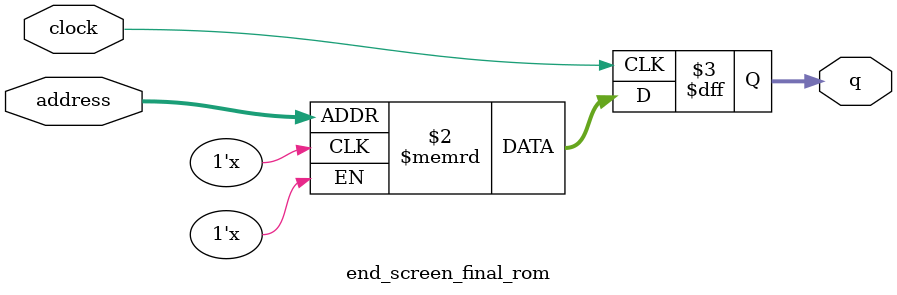
<source format=sv>
module end_screen_final_rom (
	input logic clock,
	input logic [14:0] address,
	output logic [3:0] q
);

logic [3:0] memory [0:19199] /* synthesis ram_init_file = "./end_screen_final/end_screen_final.COE" */;

always_ff @ (posedge clock) begin
	q <= memory[address];
end

endmodule

</source>
